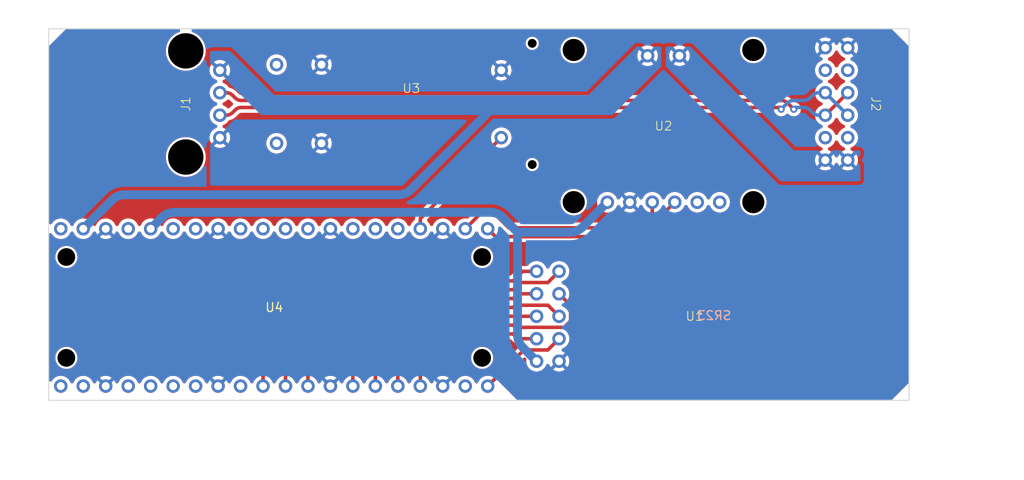
<source format=kicad_pcb>
(kicad_pcb (version 20221018) (generator pcbnew)
  (layers (0 "F.Cu" signal) (31 "B.Cu" signal) (34 "B.Paste" user) (35 "F.Paste" user) (36 "B.SilkS" user "B.Silkscreen") (37 "F.SilkS" user "F.Silkscreen") (38 "B.Mask" user) (39 "F.Mask" user) (44 "Edge.Cuts" user))
  (net 0 "")
  (net 1 "Net-(J1-VBUS)")
  (net 2 "Net-(J1-GND)")
  (net 7 "Net-(U2-SDA)")
  (net 8 "Net-(U2-SCL)")
  (net 11 "Net-(U1-RST)")
  (net 16 "Net-(U3-TRIG)")
  (net 30 "Net-(U2-VIN+)")
  (net 31 "Net-(U1-WOL)")
  (net 32 "Net-(U1-INT)")
  (net 33 "Net-(U1-CLK)")
  (net 34 "Net-(U1-VCC)")
  (net 37 "Net-(U1-GND)")
  (net 38 "Net-(U1-CS)")
  (net 39 "Net-(U1-SCK)")
  (net 40 "Net-(U1-SI)")
  (net 41 "Net-(U1-SO)")
  (net 42 "/USB_D-")
  (net 43 "/USB_D+")
  (footprint "custom_lib:N-MOS_1" (layer "F.Cu") (at 138.5 80.5 90)
    (fp_text reference "U3" (at 1.75 0 unlocked) (layer "F.SilkS") (effects (font (thickness 0.1))))
    (fp_text value "~" hide)
    (pad "" np_thru_hole circle (at -6.85 13.66 90) (size 1.5 1.5) (drill 1) (layers "*.Mask"))
    (pad "" np_thru_hole circle (at 6.85 13.66 90) (size 1.5 1.5) (drill 1) (layers "*.Mask"))
    (pad "G" thru_hole circle (at 3.81 10.16 90) (size 1.524 1.524) (drill 0.9) (layers "*.Cu" "*.Mask") (net 37 "Net-(U1-GND)"))
    (pad "I+" thru_hole circle (at 4.445 -15.24 90) (size 1.524 1.524) (drill 0.9) (layers "*.Cu" "*.Mask"))
    (pad "I-" thru_hole circle (at 4.445 -10.16 90) (size 1.524 1.524) (drill 0.9) (layers "*.Cu" "*.Mask") (net 37 "Net-(U1-GND)"))
    (pad "O+" thru_hole circle (at -4.445 -15.24 90) (size 1.524 1.524) (drill 0.9) (layers "*.Cu" "*.Mask"))
    (pad "O-" thru_hole circle (at -4.445 -10.16 90) (size 1.524 1.524) (drill 0.9) (layers "*.Cu" "*.Mask") (net 2 "Net-(J1-GND)"))
    (pad "T" thru_hole circle (at -3.81 10.16 90) (size 1.524 1.524) (drill 0.9) (layers "*.Cu" "*.Mask") (net 16 "Net-(U3-TRIG)"))
  )
  (footprint "custom_lib:PiPico" (layer "F.Cu") (at 123 103.5 90)
    (fp_text reference "U4" (at 0 0 unlocked) (layer "F.SilkS"))
    (fp_text value "PiPico" hide)
    (pad "" np_thru_hole circle (at -5.7 -23.5 90) (size 2.5 2.5) (drill 2) (layers "*.Mask"))
    (pad "" np_thru_hole circle (at -5.7 23.5 90) (size 2.5 2.5) (drill 2) (layers "*.Mask"))
    (pad "" np_thru_hole circle (at 5.7 -23.5 90) (size 2.5 2.5) (drill 2) (layers "*.Mask"))
    (pad "" np_thru_hole circle (at 5.7 23.5 90) (size 2.5 2.5) (drill 2) (layers "*.Mask"))
    (pad "1" thru_hole circle (at -8.89 -24.13 90) (size 1.524 1.524) (drill 0.9) (layers "*.Cu" "*.Mask"))
    (pad "2" thru_hole circle (at -8.89 -21.59 90) (size 1.524 1.524) (drill 0.9) (layers "*.Cu" "*.Mask"))
    (pad "3" thru_hole circle (at -8.89 -19.05 90) (size 1.524 1.524) (drill 0.9) (layers "*.Cu" "*.Mask") (net 37 "Net-(U1-GND)"))
    (pad "4" thru_hole circle (at -8.89 -16.51 90) (size 1.524 1.524) (drill 0.9) (layers "*.Cu" "*.Mask"))
    (pad "5" thru_hole circle (at -8.89 -13.97 90) (size 1.524 1.524) (drill 0.9) (layers "*.Cu" "*.Mask"))
    (pad "6" thru_hole circle (at -8.89 -11.43 90) (size 1.524 1.524) (drill 0.9) (layers "*.Cu" "*.Mask"))
    (pad "7" thru_hole circle (at -8.89 -8.89 90) (size 1.524 1.524) (drill 0.9) (layers "*.Cu" "*.Mask"))
    (pad "8" thru_hole circle (at -8.89 -6.35 90) (size 1.524 1.524) (drill 0.9) (layers "*.Cu" "*.Mask") (net 37 "Net-(U1-GND)"))
    (pad "9" thru_hole circle (at -8.89 -3.81 90) (size 1.524 1.524) (drill 0.9) (layers "*.Cu" "*.Mask"))
    (pad "10" thru_hole circle (at -8.89 -1.27 90) (size 1.524 1.524) (drill 0.9) (layers "*.Cu" "*.Mask") (net 33 "Net-(U1-CLK)"))
    (pad "11" thru_hole circle (at -8.89 1.27 90) (size 1.524 1.524) (drill 0.9) (layers "*.Cu" "*.Mask") (net 32 "Net-(U1-INT)"))
    (pad "12" thru_hole circle (at -8.89 3.81 90) (size 1.524 1.524) (drill 0.9) (layers "*.Cu" "*.Mask") (net 31 "Net-(U1-WOL)"))
    (pad "13" thru_hole circle (at -8.89 6.35 90) (size 1.524 1.524) (drill 0.9) (layers "*.Cu" "*.Mask") (net 37 "Net-(U1-GND)"))
    (pad "14" thru_hole circle (at -8.89 8.89 90) (size 1.524 1.524) (drill 0.9) (layers "*.Cu" "*.Mask") (net 39 "Net-(U1-SCK)"))
    (pad "15" thru_hole circle (at -8.89 11.43 90) (size 1.524 1.524) (drill 0.9) (layers "*.Cu" "*.Mask") (net 40 "Net-(U1-SI)"))
    (pad "16" thru_hole circle (at -8.89 13.97 90) (size 1.524 1.524) (drill 0.9) (layers "*.Cu" "*.Mask") (net 41 "Net-(U1-SO)"))
    (pad "17" thru_hole circle (at -8.89 16.51 90) (size 1.524 1.524) (drill 0.9) (layers "*.Cu" "*.Mask") (net 38 "Net-(U1-CS)"))
    (pad "18" thru_hole circle (at -8.89 19.05 90) (size 1.524 1.524) (drill 0.9) (layers "*.Cu" "*.Mask") (net 37 "Net-(U1-GND)"))
    (pad "19" thru_hole circle (at -8.89 21.59 90) (size 1.524 1.524) (drill 0.9) (layers "*.Cu" "*.Mask"))
    (pad "20" thru_hole circle (at -8.89 24.13 90) (size 1.524 1.524) (drill 0.9) (layers "*.Cu" "*.Mask") (net 11 "Net-(U1-RST)"))
    (pad "21" thru_hole circle (at 8.89 24.13 90) (size 1.524 1.524) (drill 0.9) (layers "*.Cu" "*.Mask") (net 7 "Net-(U2-SDA)"))
    (pad "22" thru_hole circle (at 8.89 21.59 90) (size 1.524 1.524) (drill 0.9) (layers "*.Cu" "*.Mask") (net 8 "Net-(U2-SCL)"))
    (pad "23" thru_hole circle (at 8.89 19.05 90) (size 1.524 1.524) (drill 0.9) (layers "*.Cu" "*.Mask") (net 37 "Net-(U1-GND)"))
    (pad "24" thru_hole circle (at 8.89 16.51 90) (size 1.524 1.524) (drill 0.9) (layers "*.Cu" "*.Mask") (net 16 "Net-(U3-TRIG)"))
    (pad "25" thru_hole circle (at 8.89 13.97 90) (size 1.524 1.524) (drill 0.9) (layers "*.Cu" "*.Mask"))
    (pad "26" thru_hole circle (at 8.89 11.43 90) (size 1.524 1.524) (drill 0.9) (layers "*.Cu" "*.Mask"))
    (pad "27" thru_hole circle (at 8.89 8.89 90) (size 1.524 1.524) (drill 0.9) (layers "*.Cu" "*.Mask"))
    (pad "28" thru_hole circle (at 8.89 6.35 90) (size 1.524 1.524) (drill 0.9) (layers "*.Cu" "*.Mask") (net 37 "Net-(U1-GND)"))
    (pad "29" thru_hole circle (at 8.89 3.81 90) (size 1.524 1.524) (drill 0.9) (layers "*.Cu" "*.Mask"))
    (pad "30" thru_hole circle (at 8.89 1.27 90) (size 1.524 1.524) (drill 0.9) (layers "*.Cu" "*.Mask"))
    (pad "31" thru_hole circle (at 8.89 -1.27 90) (size 1.524 1.524) (drill 0.9) (layers "*.Cu" "*.Mask"))
    (pad "32" thru_hole circle (at 8.89 -3.81 90) (size 1.524 1.524) (drill 0.9) (layers "*.Cu" "*.Mask"))
    (pad "33" thru_hole circle (at 8.89 -6.35 90) (size 1.524 1.524) (drill 0.9) (layers "*.Cu" "*.Mask") (net 37 "Net-(U1-GND)"))
    (pad "34" thru_hole circle (at 8.89 -8.89 90) (size 1.524 1.524) (drill 0.9) (layers "*.Cu" "*.Mask"))
    (pad "35" thru_hole circle (at 8.89 -11.43 90) (size 1.524 1.524) (drill 0.9) (layers "*.Cu" "*.Mask"))
    (pad "36" thru_hole circle (at 8.89 -13.97 90) (size 1.524 1.524) (drill 0.9) (layers "*.Cu" "*.Mask") (net 34 "Net-(U1-VCC)"))
    (pad "37" thru_hole circle (at 8.89 -16.51 90) (size 1.524 1.524) (drill 0.9) (layers "*.Cu" "*.Mask"))
    (pad "38" thru_hole circle (at 8.89 -19.05 90) (size 1.524 1.524) (drill 0.9) (layers "*.Cu" "*.Mask") (net 37 "Net-(U1-GND)"))
    (pad "39" thru_hole circle (at 8.89 -21.59 90) (size 1.524 1.524) (drill 0.9) (layers "*.Cu" "*.Mask") (net 1 "Net-(J1-VBUS)"))
    (pad "40" thru_hole circle (at 8.89 -24.13 90) (size 1.524 1.524) (drill 0.9) (layers "*.Cu" "*.Mask"))
  )
  (footprint "custom_lib:USB A Port" (layer "F.Cu") (at 110.5 80.5 90)
    (fp_text reference "J1" (at 0 2.5 90 unlocked) (layer "F.SilkS") (effects (font (thickness 0.1))))
    (fp_text value "USB_A" hide)
    (pad "" np_thru_hole circle (at -6 2.5 90) (size 4.5 4.5) (drill 4) (layers "*.Mask"))
    (pad "" np_thru_hole circle (at 6 2.5 90) (size 4.5 4.5) (drill 4) (layers "*.Mask"))
    (pad "1" thru_hole circle (at 3.81 6.35 90) (size 1.524 1.524) (drill 0.9) (layers "*.Cu" "*.Mask") (net 1 "Net-(J1-VBUS)"))
    (pad "2" thru_hole circle (at 1.27 6.35 90) (size 1.524 1.524) (drill 0.9) (layers "*.Cu" "*.Mask") (net 42 "/USB_D-"))
    (pad "3" thru_hole circle (at -1.27 6.35 90) (size 1.524 1.524) (drill 0.9) (layers "*.Cu" "*.Mask") (net 43 "/USB_D+"))
    (pad "4" thru_hole circle (at -3.81 6.35 90) (size 1.524 1.524) (drill 0.9) (layers "*.Cu" "*.Mask") (net 2 "Net-(J1-GND)"))
  )
  (footprint "custom_lib:END28J60" (layer "F.Cu") (at 152.65 104.5 180)
    (fp_text reference "U1" (at -17.85 0 unlocked) (layer "F.SilkS") (effects (font (thickness 0.1))))
    (fp_text value "~")
    (pad "1" thru_hole circle (at -2.54 -5.08 180) (size 1.524 1.524) (drill 0.9) (layers "*.Cu" "*.Mask") (net 37 "Net-(U1-GND)"))
    (pad "2" thru_hole circle (at 0 -5.08 180) (size 1.524 1.524) (drill 0.9) (layers "*.Cu" "*.Mask") (net 34 "Net-(U1-VCC)"))
    (pad "3" thru_hole circle (at -2.54 -2.54 180) (size 1.524 1.524) (drill 0.9) (layers "*.Cu" "*.Mask") (net 11 "Net-(U1-RST)"))
    (pad "4" thru_hole circle (at 0 -2.54 180) (size 1.524 1.524) (drill 0.9) (layers "*.Cu" "*.Mask") (net 38 "Net-(U1-CS)"))
    (pad "5" thru_hole circle (at -2.54 0 180) (size 1.524 1.524) (drill 0.9) (layers "*.Cu" "*.Mask") (net 39 "Net-(U1-SCK)"))
    (pad "6" thru_hole circle (at 0 0 180) (size 1.524 1.524) (drill 0.9) (layers "*.Cu" "*.Mask") (net 40 "Net-(U1-SI)"))
    (pad "7" thru_hole circle (at -2.54 2.54 180) (size 1.524 1.524) (drill 0.9) (layers "*.Cu" "*.Mask") (net 41 "Net-(U1-SO)"))
    (pad "8" thru_hole circle (at 0 2.54 180) (size 1.524 1.524) (drill 0.9) (layers "*.Cu" "*.Mask") (net 31 "Net-(U1-WOL)"))
    (pad "9" thru_hole circle (at -2.54 5.08 180) (size 1.524 1.524) (drill 0.9) (layers "*.Cu" "*.Mask") (net 32 "Net-(U1-INT)"))
    (pad "10" thru_hole circle (at 0 5.08 180) (size 1.524 1.524) (drill 0.9) (layers "*.Cu" "*.Mask") (net 33 "Net-(U1-CLK)"))
  )
  (footprint "custom_lib:INA219" (layer "F.Cu") (at 167 83)
    (fp_text reference "U2" (at 0 0 unlocked) (layer "F.SilkS") (effects (font (thickness 0.1))))
    (fp_text value "~" hide)
    (pad "" np_thru_hole circle (at -10.15 -8.6) (size 3 3) (drill 2.5) (layers "*.Mask"))
    (pad "" np_thru_hole circle (at -10.15 8.6) (size 3 3) (drill 2.5) (layers "*.Mask"))
    (pad "" np_thru_hole circle (at 10.15 -8.6) (size 3 3) (drill 2.5) (layers "*.Mask"))
    (pad "" np_thru_hole circle (at 10.15 8.6) (size 3 3) (drill 2.5) (layers "*.Mask"))
    (pad "1" thru_hole circle (at -1.8 -7.95) (size 1.524 1.524) (drill 0.9) (layers "*.Cu" "*.Mask") (net 1 "Net-(J1-VBUS)"))
    (pad "1" thru_hole circle (at 3.81 8.61) (size 1.524 1.524) (drill 0.9) (layers "*.Cu" "*.Mask") (net 1 "Net-(J1-VBUS)"))
    (pad "2" thru_hole circle (at 1.8 -7.95) (size 1.524 1.524) (drill 0.9) (layers "*.Cu" "*.Mask") (net 30 "Net-(U2-VIN+)"))
    (pad "2" thru_hole circle (at 6.35 8.61) (size 1.524 1.524) (drill 0.9) (layers "*.Cu" "*.Mask") (net 30 "Net-(U2-VIN+)"))
    (pad "3" thru_hole circle (at -6.35 8.61) (size 1.524 1.524) (drill 0.9) (layers "*.Cu" "*.Mask") (net 34 "Net-(U1-VCC)"))
    (pad "4" thru_hole circle (at -3.81 8.61) (size 1.524 1.524) (drill 0.9) (layers "*.Cu" "*.Mask") (net 37 "Net-(U1-GND)"))
    (pad "5" thru_hole circle (at -1.27 8.61) (size 1.524 1.524) (drill 0.9) (layers "*.Cu" "*.Mask") (net 8 "Net-(U2-SCL)"))
    (pad "6" thru_hole circle (at 1.27 8.61) (size 1.524 1.524) (drill 0.9) (layers "*.Cu" "*.Mask") (net 7 "Net-(U2-SDA)"))
  )
  (footprint "custom_lib:USB C Port" (layer "F.Cu") (at 191 80.5 -90)
    (fp_text reference "J2" (at 0 0 -90 unlocked) (layer "F.SilkS") (effects (font (thickness 0.1))))
    (fp_text value "USB_C_Receptacle_USB2.0" hide)
    (pad "A1" thru_hole circle (at -6.35 3.175 270) (size 1.524 1.524) (drill 0.9) (layers "*.Cu" "*.Mask") (net 37 "Net-(U1-GND)"))
    (pad "A1" thru_hole circle (at -6.35 5.715 270) (size 1.524 1.524) (drill 0.9) (layers "*.Cu" "*.Mask") (net 37 "Net-(U1-GND)"))
    (pad "A4" thru_hole circle (at 6.35 3.175 270) (size 1.524 1.524) (drill 0.9) (layers "*.Cu" "*.Mask") (net 30 "Net-(U2-VIN+)"))
    (pad "A4" thru_hole circle (at 6.35 5.715 270) (size 1.524 1.524) (drill 0.9) (layers "*.Cu" "*.Mask") (net 30 "Net-(U2-VIN+)"))
    (pad "A5" thru_hole circle (at 3.81 3.175 270) (size 1.524 1.524) (drill 0.9) (layers "*.Cu" "*.Mask"))
    (pad "A6" thru_hole circle (at 1.27 3.175 270) (size 1.524 1.524) (drill 0.9) (layers "*.Cu" "*.Mask") (net 43 "/USB_D+"))
    (pad "A7" thru_hole circle (at -1.27 3.175 270) (size 1.524 1.524) (drill 0.9) (layers "*.Cu" "*.Mask") (net 42 "/USB_D-"))
    (pad "A8" thru_hole circle (at -3.81 3.175 270) (size 1.524 1.524) (drill 0.9) (layers "*.Cu" "*.Mask"))
    (pad "B5" thru_hole circle (at -3.81 5.715 270) (size 1.524 1.524) (drill 0.9) (layers "*.Cu" "*.Mask"))
    (pad "B6" thru_hole circle (at -1.27 5.715 270) (size 1.524 1.524) (drill 0.9) (layers "*.Cu" "*.Mask") (net 43 "/USB_D+"))
    (pad "B7" thru_hole circle (at 1.27 5.715 270) (size 1.524 1.524) (drill 0.9) (layers "*.Cu" "*.Mask") (net 42 "/USB_D-"))
    (pad "B8" thru_hole circle (at 3.81 5.715 270) (size 1.524 1.524) (drill 0.9) (layers "*.Cu" "*.Mask"))
  )
  (gr_line (start 97.5 114) (end 97.5 72) (stroke (width 0.1)) (layer "Edge.Cuts"))
  (gr_line (start 194.75 72) (end 194.75 114) (stroke (width 0.1)) (layer "Edge.Cuts"))
  (gr_line (start 97.5 72) (end 194.75 72) (stroke (width 0.1)) (layer "Edge.Cuts"))
  (gr_line (start 194.75 114) (end 97.5 114) (stroke (width 0.1)) (layer "Edge.Cuts"))
  (gr_text "SR23" (at 174.75 105) (layer "B.SilkS") (effects (font (size 1 1)) (justify left bottom mirror)))
  (segment (start 138.440787 90.184213) (end 147.625 81) (width 1) (layer "B.Cu") (net 1))
  (segment (start 101.41 94.61) (end 104.664214 91.355786) (width 1) (layer "B.Cu") (net 1))
  (segment (start 106.078427 90.77) (end 137.026573 90.77) (width 1) (layer "B.Cu") (net 1))
  (arc (start 106.078427 90.77) (mid 105.31306 90.922241) (end 104.664214 91.355786) (width 1) (layer "B.Cu") (net 1))
  (arc (start 138.440787 90.184213) (mid 137.79194 90.617759) (end 137.026573 90.77) (width 1) (layer "B.Cu") (net 1))
  (segment (start 128.285 85) (end 128.34 84.945) (width 0.25) (layer "B.Cu") (net 2))
  (segment (start 164.38 95.5) (end 168.27 91.61) (width 0.4) (layer "F.Cu") (net 7))
  (segment (start 147.13 94.61) (end 148.02 95.5) (width 0.4) (layer "F.Cu") (net 7))
  (segment (start 148.02 95.5) (end 164.38 95.5) (width 0.4) (layer "F.Cu") (net 7))
  (segment (start 164 94.5) (end 165.73 92.77) (width 0.4) (layer "F.Cu") (net 8))
  (segment (start 148 93) (end 149.5 94.5) (width 0.4) (layer "F.Cu") (net 8))
  (segment (start 165.73 92.77) (end 165.73 91.61) (width 0.4) (layer "F.Cu") (net 8))
  (segment (start 149.5 94.5) (end 164 94.5) (width 0.4) (layer "F.Cu") (net 8))
  (segment (start 146.2 93) (end 148 93) (width 0.4) (layer "F.Cu") (net 8))
  (segment (start 144.59 94.61) (end 146.2 93) (width 0.4) (layer "F.Cu") (net 8))
  (segment (start 147.13 112.39) (end 151.210842 108.309158) (width 0.4) (layer "F.Cu") (net 11))
  (segment (start 153.920842 108.309158) (end 155.19 107.04) (width 0.4) (layer "F.Cu") (net 11))
  (segment (start 151.210842 108.309158) (end 153.920842 108.309158) (width 0.4) (layer "F.Cu") (net 11))
  (segment (start 139.51 93.46) (end 148.66 84.31) (width 0.4) (layer "F.Cu") (net 16))
  (segment (start 139.51 94.61) (end 139.51 93.46) (width 0.4) (layer "F.Cu") (net 16))
  (segment (start 135.5 102.5) (end 150 102.5) (width 0.4) (layer "F.Cu") (net 31))
  (segment (start 126.81 112.39) (end 126.81 111.19) (width 0.4) (layer "F.Cu") (net 31))
  (segment (start 150.54 101.96) (end 152.65 101.96) (width 0.4) (layer "F.Cu") (net 31))
  (segment (start 126.81 111.19) (end 135.5 102.5) (width 0.4) (layer "F.Cu") (net 31))
  (segment (start 150 102.5) (end 150.54 101.96) (width 0.4) (layer "F.Cu") (net 31))
  (segment (start 134 101.5) (end 150 101.5) (width 0.4) (layer "F.Cu") (net 32))
  (segment (start 150.813464 100.686536) (end 150 101.5) (width 0.4) (layer "F.Cu") (net 32))
  (segment (start 150.813464 100.686536) (end 153.923464 100.686536) (width 0.4) (layer "F.Cu") (net 32))
  (segment (start 124.27 112.39) (end 124.27 111.23) (width 0.4) (layer "F.Cu") (net 32))
  (segment (start 124.27 111.23) (end 134 101.5) (width 0.4) (layer "F.Cu") (net 32))
  (segment (start 153.923464 100.686536) (end 155.19 99.42) (width 0.4) (layer "F.Cu") (net 32))
  (segment (start 150 100.5) (end 151.08 99.42) (width 0.4) (layer "F.Cu") (net 33))
  (segment (start 121.73 112.39) (end 121.73 111.27) (width 0.4) (layer "F.Cu") (net 33))
  (segment (start 151.08 99.42) (end 152.65 99.42) (width 0.4) (layer "F.Cu") (net 33))
  (segment (start 132.5 100.5) (end 150 100.5) (width 0.4) (layer "F.Cu") (net 33))
  (segment (start 121.73 111.27) (end 132.5 100.5) (width 0.4) (layer "F.Cu") (net 33))
  (segment (start 151.085787 108.015787) (end 152.65 109.58) (width 1) (layer "B.Cu") (net 34))
  (segment (start 147.683108 92.75) (end 147.696333 92.763225) (width 1) (layer "B.Cu") (net 34))
  (segment (start 157.845787 94.414213) (end 160.65 91.61) (width 1) (layer "B.Cu") (net 34))
  (segment (start 148.835787 93.335787) (end 150.5 95) (width 1) (layer "B.Cu") (net 34))
  (segment (start 111.718427 92.75) (end 147.683108 92.75) (width 1) (layer "B.Cu") (net 34))
  (segment (start 109.03 94.61) (end 110.304214 93.335786) (width 1) (layer "B.Cu") (net 34))
  (segment (start 150.5 95) (end 150.5 106.601573) (width 1) (layer "B.Cu") (net 34))
  (segment (start 150.5 95) (end 156.431573 95) (width 1) (layer "B.Cu") (net 34))
  (arc (start 150.5 106.601573) (mid 150.652241 107.36694) (end 151.085787 108.015787) (width 1) (layer "B.Cu") (net 34))
  (arc (start 147.696333 92.763225) (mid 148.312954 92.956682) (end 148.835787 93.335787) (width 1) (layer "B.Cu") (net 34))
  (arc (start 157.845787 94.414213) (mid 157.19694 94.847759) (end 156.431573 95) (width 1) (layer "B.Cu") (net 34))
  (arc (start 110.304214 93.335786) (mid 110.953062 92.90225) (end 111.718427 92.75) (width 1) (layer "B.Cu") (net 34))
  (segment (start 150 106.5) (end 150.54 107.04) (width 0.4) (layer "F.Cu") (net 38))
  (segment (start 150.54 107.04) (end 152.65 107.04) (width 0.4) (layer "F.Cu") (net 38))
  (segment (start 139.51 112.39) (end 139.51 110.99) (width 0.4) (layer "F.Cu") (net 38))
  (segment (start 144 106.5) (end 150 106.5) (width 0.4) (layer "F.Cu") (net 38))
  (segment (start 139.51 110.99) (end 144 106.5) (width 0.4) (layer "F.Cu") (net 38))
  (segment (start 153.942174 103.252174) (end 150.247826 103.252174) (width 0.4) (layer "F.Cu") (net 39))
  (segment (start 150 103.5) (end 139.5 103.5) (width 0.4) (layer "F.Cu") (net 39))
  (segment (start 150.247826 103.252174) (end 150 103.5) (width 0.4) (layer "F.Cu") (net 39))
  (segment (start 155.19 104.5) (end 153.942174 103.252174) (width 0.4) (layer "F.Cu") (net 39))
  (segment (start 131.89 111.11) (end 131.89 112.39) (width 0.4) (layer "F.Cu") (net 39))
  (segment (start 139.5 103.5) (end 131.89 111.11) (width 0.4) (layer "F.Cu") (net 39))
  (segment (start 141 104.5) (end 152.65 104.5) (width 0.4) (layer "F.Cu") (net 40))
  (segment (start 136.844378 107.775989) (end 137.072064 108.003675) (width 0.4) (layer "F.Cu") (net 40))
  (segment (start 137.496328 108.003675) (end 137.496327 108.003674) (width 0.4) (layer "F.Cu") (net 40))
  (segment (start 137.299757 109.079902) (end 136.859926 108.640071) (width 0.4) (layer "F.Cu") (net 40))
  (segment (start 136.859926 108.640071) (end 136.420111 108.200255) (width 0.4) (layer "F.Cu") (net 40))
  (segment (start 136.223527 109.700734) (end 135.571567 109.048773) (width 0.4) (layer "F.Cu") (net 40))
  (segment (start 136.451252 109.928459) (end 136.223527 109.700734) (width 0.4) (layer "F.Cu") (net 40))
  (segment (start 136.435665 109.064338) (end 136.875493 109.504167) (width 0.4) (layer "F.Cu") (net 40))
  (segment (start 137.496327 108.003674) (end 141 104.5) (width 0.4) (layer "F.Cu") (net 40))
  (segment (start 137.299757 109.504167) (end 137.299757 109.504166) (width 0.4) (layer "F.Cu") (net 40))
  (segment (start 134.43 112.39) (end 134.43 111.07) (width 0.4) (layer "F.Cu") (net 40))
  (segment (start 135.995834 108.624507) (end 136.435665 109.064338) (width 0.4) (layer "F.Cu") (net 40))
  (segment (start 135.571567 108.624509) (end 135.57157 108.624507) (width 0.4) (layer "F.Cu") (net 40))
  (segment (start 134.43 111.07) (end 135.375 110.125) (width 0.4) (layer "F.Cu") (net 40))
  (segment (start 135.799264 110.125) (end 136.026988 110.352724) (width 0.4) (layer "F.Cu") (net 40))
  (segment (start 136.420111 107.775991) (end 136.420114 107.775989) (width 0.4) (layer "F.Cu") (net 40))
  (segment (start 136.451252 110.352724) (end 136.451252 110.352723) (width 0.4) (layer "F.Cu") (net 40))
  (arc (start 136.451252 110.352723) (mid 136.53912 110.140591) (end 136.451252 109.928459) (width 0.4) (layer "F.Cu") (net 40))
  (arc (start 136.875493 109.504167) (mid 137.087625 109.592035) (end 137.299757 109.504167) (width 0.4) (layer "F.Cu") (net 40))
  (arc (start 136.026988 110.352724) (mid 136.23912 110.440592) (end 136.451252 110.352724) (width 0.4) (layer "F.Cu") (net 40))
  (arc (start 135.571567 109.048773) (mid 135.483699 108.836641) (end 135.571567 108.624509) (width 0.4) (layer "F.Cu") (net 40))
  (arc (start 135.57157 108.624507) (mid 135.783702 108.536639) (end 135.995834 108.624507) (width 0.4) (layer "F.Cu") (net 40))
  (arc (start 137.299757 109.504166) (mid 137.387625 109.292034) (end 137.299757 109.079902) (width 0.4) (layer "F.Cu") (net 40))
  (arc (start 135.375 110.125) (mid 135.587132 110.037132) (end 135.799264 110.125) (width 0.4) (layer "F.Cu") (net 40))
  (arc (start 136.420111 108.200255) (mid 136.332243 107.988123) (end 136.420111 107.775991) (width 0.4) (layer "F.Cu") (net 40))
  (arc (start 137.072064 108.003675) (mid 137.284196 108.091543) (end 137.496328 108.003675) (width 0.4) (layer "F.Cu") (net 40))
  (arc (start 136.420114 107.775989) (mid 136.632246 107.688121) (end 136.844378 107.775989) (width 0.4) (layer "F.Cu") (net 40))
  (segment (start 138.723527 109.27647) (end 138.723528 109.276471) (width 0.4) (layer "F.Cu") (net 41))
  (segment (start 150.25 105.75) (end 155.774697 105.75) (width 0.4) (layer "F.Cu") (net 41))
  (segment (start 136.97 112.39) (end 136.97 111.03) (width 0.4) (layer "F.Cu") (net 41))
  (segment (start 155.774697 105.75) (end 156.5 105.024697) (width 0.4) (layer "F.Cu") (net 41))
  (segment (start 138.723528 109.276471) (end 142.5 105.5) (width 0.4) (layer "F.Cu") (net 41))
  (segment (start 136.97 111.03) (end 137.875 110.125) (width 0.4) (layer "F.Cu") (net 41))
  (segment (start 156.5 105.024697) (end 156.5 103.27) (width 0.4) (layer "F.Cu") (net 41))
  (segment (start 138.890826 109.868033) (end 138.723527 109.700734) (width 0.4) (layer "F.Cu") (net 41))
  (segment (start 138.890826 109.868032) (end 138.890826 109.868033) (width 0.4) (layer "F.Cu") (net 41))
  (segment (start 142.5 105.5) (end 150 105.5) (width 0.4) (layer "F.Cu") (net 41))
  (segment (start 150 105.5) (end 150.25 105.75) (width 0.4) (layer "F.Cu") (net 41))
  (segment (start 156.5 103.27) (end 155.19 101.96) (width 0.4) (layer "F.Cu") (net 41))
  (segment (start 138.299264 110.125) (end 138.466562 110.292298) (width 0.4) (layer "F.Cu") (net 41))
  (arc (start 137.875 110.125) (mid 138.087132 110.037132) (end 138.299264 110.125) (width 0.4) (layer "F.Cu") (net 41))
  (arc (start 138.466562 110.292298) (mid 138.678694 110.380166) (end 138.890826 110.292298) (width 0.4) (layer "F.Cu") (net 41))
  (arc (start 138.723527 109.700734) (mid 138.635659 109.488602) (end 138.723527 109.27647) (width 0.4) (layer "F.Cu") (net 41))
  (arc (start 138.890826 110.292298) (mid 138.978694 110.080165) (end 138.890826 109.868032) (width 0.4) (layer "F.Cu") (net 41))
  (segment (start 116.85 79.23) (end 117.578787 79.23) (width 0.4) (layer "F.Cu") (net 42))
  (segment (start 185.285 81.77) (end 187.825 79.23) (width 0.4) (layer "F.Cu") (net 42))
  (segment (start 118.285894 79.522893) (end 118.570108 79.807107) (width 0.4) (layer "F.Cu") (net 42))
  (segment (start 119.277215 80.1) (end 180.308977 80.1) (width 0.4) (layer "F.Cu") (net 42))
  (segment (start 181.016084 80.392893) (end 181.723191 81.1) (width 0.4) (layer "F.Cu") (net 42))
  (via (at 181.723191 81.1) (size 0.8) (drill 0.4) (layers "F.Cu" "B.Cu") (net 42))
  (arc (start 118.570108 79.807107) (mid 118.894531 80.02388) (end 119.277215 80.1) (width 0.4) (layer "F.Cu") (net 42))
  (arc (start 118.285894 79.522893) (mid 117.961471 79.30612) (end 117.578787 79.23) (width 0.4) (layer "F.Cu") (net 42))
  (arc (start 181.016084 80.392893) (mid 180.691661 80.17612) (end 180.308977 80.1) (width 0.4) (layer "F.Cu") (net 42))
  (segment (start 181.923191 80.9) (end 181.723191 81.1) (width 0.4) (layer "B.Cu") (net 42))
  (segment (start 183.849106 81.477107) (end 183.564892 81.192893) (width 0.4) (layer "B.Cu") (net 42))
  (segment (start 182.857785 80.9) (end 181.923191 80.9) (width 0.4) (layer "B.Cu") (net 42))
  (segment (start 185.285 81.77) (end 184.556213 81.77) (width 0.4) (layer "B.Cu") (net 42))
  (arc (start 184.556213 81.77) (mid 184.17353 81.69388) (end 183.849106 81.477107) (width 0.4) (layer "B.Cu") (net 42))
  (arc (start 182.857785 80.9) (mid 183.240468 80.97612) (end 183.564892 81.192893) (width 0.4) (layer "B.Cu") (net 42))
  (segment (start 118.285894 81.477107) (end 118.570108 81.192893) (width 0.4) (layer "F.Cu") (net 43))
  (segment (start 116.85 81.77) (end 117.578787 81.77) (width 0.4) (layer "F.Cu") (net 43))
  (segment (start 119.277215 80.9) (end 180.1 80.9) (width 0.4) (layer "F.Cu") (net 43))
  (segment (start 180.1 80.9) (end 180.3 81.1) (width 0.4) (layer "F.Cu") (net 43))
  (via (at 180.3 81.1) (size 0.8) (drill 0.4) (layers "F.Cu" "B.Cu") (net 43))
  (arc (start 119.277215 80.9) (mid 118.894532 80.97612) (end 118.570108 81.192893) (width 0.4) (layer "F.Cu") (net 43))
  (arc (start 117.578787 81.77) (mid 117.96147 81.69388) (end 118.285894 81.477107) (width 0.4) (layer "F.Cu") (net 43))
  (segment (start 181.714214 80.1) (end 182.857785 80.1) (width 0.4) (layer "B.Cu") (net 43))
  (segment (start 184.556213 79.23) (end 185.285 79.23) (width 0.4) (layer "B.Cu") (net 43))
  (segment (start 185.285 79.23) (end 187.825 81.77) (width 0.4) (layer "B.Cu") (net 43))
  (segment (start 180.3 81.1) (end 181.007107 80.392893) (width 0.4) (layer "B.Cu") (net 43))
  (segment (start 183.564892 79.807107) (end 183.849106 79.522893) (width 0.4) (layer "B.Cu") (net 43))
  (arc (start 183.564892 79.807107) (mid 183.240469 80.02388) (end 182.857785 80.1) (width 0.4) (layer "B.Cu") (net 43))
  (arc (start 181.007107 80.392893) (mid 181.33153 80.17612) (end 181.714214 80.1) (width 0.4) (layer "B.Cu") (net 43))
  (arc (start 183.849106 79.522893) (mid 184.173529 79.30612) (end 184.556213 79.23) (width 0.4) (layer "B.Cu") (net 43))
  (zone (net 0) (net_name "") (layer "F.Cu") (connect_pads (clearance 0.4)) (min_thickness 0.4) (fill yes (thermal_gap 0.4) (thermal_bridge_width 0.4) (smoothing chamfer) (radius 2) (island_removal_mode 1) (island_area_min 10))
    (polygon (pts (xy 92 68.75) (xy 207.75 68.75) (xy 207.75 123) (xy 92 123)))
  )
  (zone (net 0) (net_name "") (layers "F&B.Cu") (connect_pads (clearance 0)) (min_thickness 0.25)
    (keepout (tracks not_allowed) (vias not_allowed) (pads not_allowed) (copperpour not_allowed) (footprints allowed))
    (fill (thermal_gap 0.5) (thermal_bridge_width 0.5) (island_removal_mode 2) (island_area_min 10))
    (polygon (pts (xy 95.75 115.5) (xy 152 115.5) (xy 148.25 111.75) (xy 146.75 111.75) (xy 146.75 112.75) (xy 95.75 112.75)))
  )
  (zone (net 1) (net_name "Net-(J1-VBUS)") (layer "B.Cu") (priority 5) (connect_pads (clearance 0.4)) (min_thickness 0.4) (fill yes (thermal_gap 0.4) (thermal_bridge_width 0.4) (island_removal_mode 1) (island_area_min 10))
    (polygon (pts (xy 166.75 76.25) (xy 166.75 74) (xy 164 74) (xy 158.5 79.5) (xy 123 79.5) (xy 118 74.5) (xy 115.75 74.5) (xy 115.75 76) (xy 121.5 81.75) (xy 161.25 81.75)))
  )
  (zone (net 37) (net_name "Net-(U1-GND)") (layer "B.Cu") (priority 2) (connect_pads (clearance 0.4)) (min_thickness 0.4) (fill yes (thermal_gap 0.4) (thermal_bridge_width 0.4) (smoothing chamfer) (radius 2) (island_removal_mode 2) (island_area_min 10))
    (polygon (pts (xy 93.5 70.25) (xy 93.5 117.75) (xy 203.75 117.75) (xy 203.75 70.25)))
  )
  (zone (net 0) (net_name "") (layer "B.Cu") (connect_pads (clearance 0)) (min_thickness 0.25)
    (keepout (tracks allowed) (vias allowed) (pads not_allowed) (copperpour not_allowed) (footprints allowed))
    (fill (thermal_gap 0.5) (thermal_bridge_width 0.5))
    (polygon (pts (xy 103 94.25) (xy 109.5 94.25) (xy 112.75 91) (xy 106.25 91)))
  )
  (zone (net 2) (net_name "Net-(J1-GND)") (layer "B.Cu") (priority 5) (connect_pads (clearance 0.4)) (min_thickness 0.4) (fill yes (thermal_gap 0.4) (thermal_bridge_width 0.4) (island_removal_mode 1) (island_area_min 10))
    (polygon (pts (xy 118.5 82.25) (xy 115.75 85) (xy 115.75 89.75) (xy 137.5 89.75) (xy 145 82.25)))
  )
  (zone (net 0) (net_name "") (layer "B.Cu") (connect_pads (clearance 0)) (min_thickness 0.25)
    (keepout (tracks allowed) (vias allowed) (pads not_allowed) (copperpour not_allowed) (footprints allowed))
    (fill (thermal_gap 0.5) (thermal_bridge_width 0.5))
    (polygon (pts (xy 185.25 77) (xy 187.75 77) (xy 187.75 74.25) (xy 185.25 74.25)))
  )
  (zone (net 30) (net_name "Net-(U2-VIN+)") (layer "B.Cu") (priority 5) (connect_pads (clearance 0.4)) (min_thickness 0.4) (fill yes (thermal_gap 0.4) (thermal_bridge_width 0.4) (island_removal_mode 1) (island_area_min 10))
    (polygon (pts (xy 189.25 85.75) (xy 181.75 85.75) (xy 170 74) (xy 167.25 74) (xy 167.25 76.25) (xy 180.25 89.25) (xy 189.25 89.25)))
  )
  (zone (net 0) (net_name "") (layer "B.Cu") (connect_pads (clearance 0)) (min_thickness 0.25)
    (keepout (tracks allowed) (vias allowed) (pads not_allowed) (copperpour not_allowed) (footprints allowed))
    (fill (thermal_gap 0.5) (thermal_bridge_width 0.5))
    (polygon (pts (xy 152.75 109.5) (xy 155.25 109.5) (xy 155.25 106.75) (xy 152.75 106.75)))
  )
)
</source>
